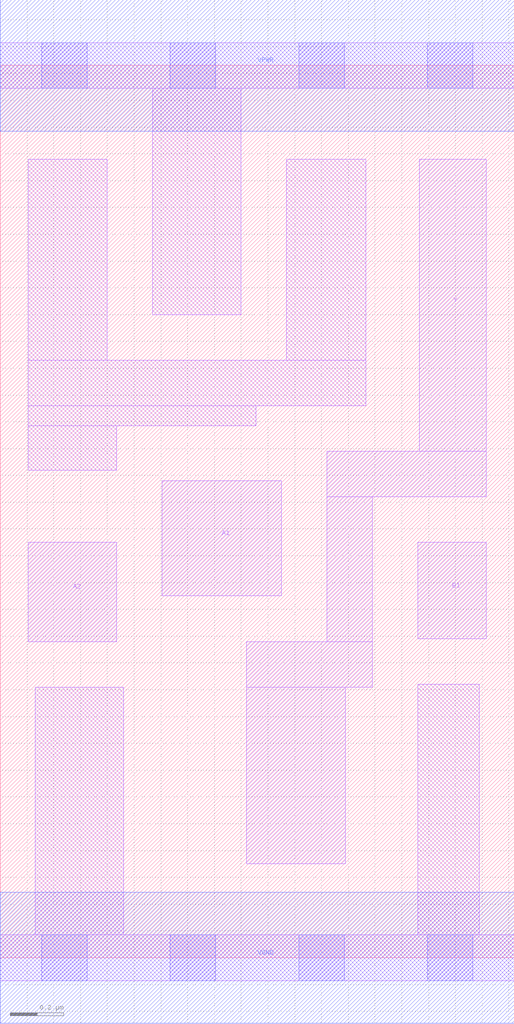
<source format=lef>
# Copyright 2020 The SkyWater PDK Authors
#
# Licensed under the Apache License, Version 2.0 (the "License");
# you may not use this file except in compliance with the License.
# You may obtain a copy of the License at
#
#     https://www.apache.org/licenses/LICENSE-2.0
#
# Unless required by applicable law or agreed to in writing, software
# distributed under the License is distributed on an "AS IS" BASIS,
# WITHOUT WARRANTIES OR CONDITIONS OF ANY KIND, either express or implied.
# See the License for the specific language governing permissions and
# limitations under the License.
#
# SPDX-License-Identifier: Apache-2.0

VERSION 5.5 ;
NAMESCASESENSITIVE ON ;
BUSBITCHARS "[]" ;
DIVIDERCHAR "/" ;
MACRO sky130_fd_sc_ls__a21oi_1
  CLASS CORE ;
  SOURCE USER ;
  ORIGIN  0.000000  0.000000 ;
  SIZE  1.920000 BY  3.330000 ;
  SYMMETRY X Y ;
  SITE unit ;
  PIN A1
    ANTENNAGATEAREA  0.279000 ;
    DIRECTION INPUT ;
    USE SIGNAL ;
    PORT
      LAYER li1 ;
        RECT 0.605000 1.350000 1.050000 1.780000 ;
    END
  END A1
  PIN A2
    ANTENNAGATEAREA  0.279000 ;
    DIRECTION INPUT ;
    USE SIGNAL ;
    PORT
      LAYER li1 ;
        RECT 0.105000 1.180000 0.435000 1.550000 ;
    END
  END A2
  PIN B1
    ANTENNAGATEAREA  0.279000 ;
    DIRECTION INPUT ;
    USE SIGNAL ;
    PORT
      LAYER li1 ;
        RECT 1.560000 1.190000 1.815000 1.550000 ;
    END
  END B1
  PIN Y
    ANTENNADIFFAREA  0.596600 ;
    DIRECTION OUTPUT ;
    USE SIGNAL ;
    PORT
      LAYER li1 ;
        RECT 0.920000 0.350000 1.290000 1.010000 ;
        RECT 0.920000 1.010000 1.390000 1.180000 ;
        RECT 1.220000 1.180000 1.390000 1.720000 ;
        RECT 1.220000 1.720000 1.815000 1.890000 ;
        RECT 1.565000 1.890000 1.815000 2.980000 ;
    END
  END Y
  PIN VGND
    DIRECTION INOUT ;
    SHAPE ABUTMENT ;
    USE GROUND ;
    PORT
      LAYER met1 ;
        RECT 0.000000 -0.245000 1.920000 0.245000 ;
    END
  END VGND
  PIN VPWR
    DIRECTION INOUT ;
    SHAPE ABUTMENT ;
    USE POWER ;
    PORT
      LAYER met1 ;
        RECT 0.000000 3.085000 1.920000 3.575000 ;
    END
  END VPWR
  OBS
    LAYER li1 ;
      RECT 0.000000 -0.085000 1.920000 0.085000 ;
      RECT 0.000000  3.245000 1.920000 3.415000 ;
      RECT 0.105000  1.820000 0.435000 1.985000 ;
      RECT 0.105000  1.985000 0.955000 2.060000 ;
      RECT 0.105000  2.060000 1.365000 2.230000 ;
      RECT 0.105000  2.230000 0.400000 2.980000 ;
      RECT 0.130000  0.085000 0.460000 1.010000 ;
      RECT 0.570000  2.400000 0.900000 3.245000 ;
      RECT 1.070000  2.230000 1.365000 2.980000 ;
      RECT 1.560000  0.085000 1.790000 1.020000 ;
    LAYER mcon ;
      RECT 0.155000 -0.085000 0.325000 0.085000 ;
      RECT 0.155000  3.245000 0.325000 3.415000 ;
      RECT 0.635000 -0.085000 0.805000 0.085000 ;
      RECT 0.635000  3.245000 0.805000 3.415000 ;
      RECT 1.115000 -0.085000 1.285000 0.085000 ;
      RECT 1.115000  3.245000 1.285000 3.415000 ;
      RECT 1.595000 -0.085000 1.765000 0.085000 ;
      RECT 1.595000  3.245000 1.765000 3.415000 ;
  END
END sky130_fd_sc_ls__a21oi_1

</source>
